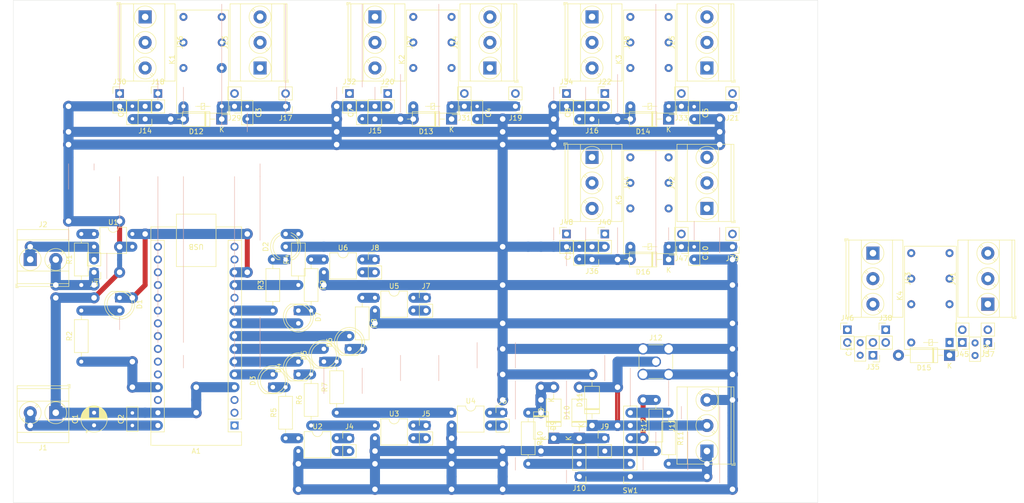
<source format=kicad_pcb>
(kicad_pcb (version 20221018) (generator pcbnew)
  (layers (0 "F.Cu" signal) (31 "B.Cu" signal) (34 "B.Paste" user) (35 "F.Paste" user) (36 "B.SilkS" user "B.Silkscreen") (37 "F.SilkS" user "F.Silkscreen") (38 "B.Mask" user) (39 "F.Mask" user) (44 "Edge.Cuts" user))
  (net 0 "")
  (net 4 "GND")
  (net 5 "PREAMP")
  (net 6 "COAX_A")
  (net 7 "COAX_B")
  (net 8 "PA_PTT")
  (net 9 "TX_INHIBIT")
  (net 10 "RX_IND")
  (net 12 "TX_IND")
  (net 13 "Net-(A1-D10)")
  (net 27 "5V")
  (net 29 "VIN")
  (net 30 "OC_PREAMP")
  (net 31 "OC_COAX_A")
  (net 32 "OC_COAX_B")
  (net 33 "OC_PA_PTT")
  (net 34 "OC_TX_INHIBIT")
  (net 35 "Net-(D1-A)")
  (net 36 "Net-(J17-Pin_2)")
  (net 37 "TX_D")
  (net 38 "TX_GND")
  (net 39 "Net-(J24-Pin_1)")
  (net 40 "Net-(J24-Pin_3)")
  (net 41 "Net-(J25-Pin_1)")
  (net 42 "Net-(J25-Pin_3)")
  (net 43 "Net-(J39-Pin_2)")
  (net 44 "Net-(J43-Pin_1)")
  (net 45 "Net-(J43-Pin_3)")
  (net 46 "Net-(J44-Pin_1)")
  (net 47 "Net-(J44-Pin_2)")
  (net 48 "Net-(J44-Pin_3)")
  (net 49 "Net-(D3-K)")
  (net 50 "Net-(D4-K)")
  (net 51 "Net-(D5-K)")
  (net 52 "Net-(D6-K)")
  (net 53 "Net-(D7-K)")
  (net 54 "Net-(D8-A)")
  (net 55 "Net-(D10-A)")
  (net 56 "Net-(J4-Pin_2)")
  (net 57 "Net-(J5-Pin_2)")
  (net 58 "Net-(J6-Pin_2)")
  (net 59 "Net-(J7-Pin_2)")
  (net 60 "Net-(J8-Pin_2)")
  (net 61 "Net-(J10-Pin_2)")
  (net 62 "Net-(J19-Pin_2)")
  (net 63 "Net-(J21-Pin_2)")
  (net 64 "Net-(J23-Pin_1)")
  (net 65 "Net-(J23-Pin_3)")
  (net 66 "Net-(J26-Pin_1)")
  (net 67 "Net-(J26-Pin_2)")
  (net 68 "Net-(J26-Pin_3)")
  (net 69 "Net-(J27-Pin_1)")
  (net 70 "Net-(J27-Pin_2)")
  (net 71 "Net-(J27-Pin_3)")
  (net 72 "Net-(J28-Pin_1)")
  (net 73 "Net-(J28-Pin_2)")
  (net 74 "Net-(J28-Pin_3)")
  (net 75 "Net-(J37-Pin_2)")
  (net 76 "Net-(J41-Pin_1)")
  (net 77 "Net-(J41-Pin_3)")
  (net 78 "Net-(J42-Pin_1)")
  (net 79 "Net-(J42-Pin_3)")
  (net 80 "Net-(J43-Pin_2)")
  (net 81 "Net-(R1-Pad2)")
  (net 82 "Net-(D2-A1)")
  (net 83 "Net-(D2-A2)")
  (net 84 "Net-(R5-Pad1)")
  (net 85 "Net-(R6-Pad1)")
  (net 86 "Net-(R7-Pad1)")
  (net 87 "Net-(R8-Pad1)")
  (net 88 "Net-(R9-Pad1)")
  (net 89 "Net-(SW1B-C)")
  (net 90 "Net-(SW1B-A)")
  (footprint "TerminalBlock_Phoenix:TerminalBlock_Phoenix_MKDS-3-3-5.08_1x03_P5.08mm_Horizontal" (layer "F.Cu") (at 76.2 53.34 -90)
    (fp_text reference "J26")
    (fp_text value "1x3")
  )
  (footprint "TerminalBlock_Phoenix:TerminalBlock_Phoenix_MKDS-3-3-5.08_1x03_P5.08mm_Horizontal" (layer "F.Cu") (at 121.92 53.34 -90)
    (fp_text reference "J27")
    (fp_text value "1x3")
  )
  (footprint "Diode_THT:D_DO-41_SOD81_P10.16mm_Horizontal" (layer "F.Cu") (at 165.1 134.62 90)
    (fp_text reference "D11")
    (fp_text value "1N4001")
  )
  (footprint "Diode_THT:D_DO-41_SOD81_P10.16mm_Horizontal" (layer "F.Cu") (at 180.34 101.6 180)
    (fp_text reference "D16")
    (fp_text value "1N4001")
  )
  (footprint "Connector_PinHeader_2.54mm:PinHeader_1x02_P2.54mm_Vertical" (layer "F.Cu") (at 193.04 71.12 180)
    (fp_text reference "J21")
    (fp_text value "Conn_01x02")
  )
  (footprint "Resistor_THT:R_Axial_DIN0207_L6.3mm_D2.5mm_P10.16mm_Horizontal" (layer "F.Cu") (at 101.6 111.76 90)
    (fp_text reference "R3")
    (fp_text value "82R")
  )
  (footprint "TerminalBlock_Phoenix:TerminalBlock_Phoenix_MKDS-3-3-5.08_1x03_P5.08mm_Horizontal" (layer "F.Cu") (at 144.78 63.5 90)
    (fp_text reference "J24")
    (fp_text value "1x3")
  )
  (footprint "Connector_PinHeader_2.54mm:PinHeader_1x02_P2.54mm_Vertical" (layer "F.Cu") (at 182.88 71.12 180)
    (fp_text reference "J33")
    (fp_text value "Conn_01x02")
  )
  (footprint "TerminalBlock_Phoenix:TerminalBlock_Phoenix_MKDS-3-3-5.08_1x03_P5.08mm_Horizontal" (layer "F.Cu") (at 187.96 91.44 90)
    (fp_text reference "J42")
    (fp_text value "1x3")
  )
  (footprint "Connector_PinHeader_2.54mm:PinHeader_1x02_P2.54mm_Vertical" (layer "F.Cu") (at 78.74 68.58)
    (fp_text reference "J18")
    (fp_text value "Conn_01x02")
  )
  (footprint "Connector_PinHeader_2.54mm:PinHeader_1x02_P2.54mm_Vertical" (layer "F.Cu") (at 116.84 137.16)
    (fp_text reference "J4")
    (fp_text value "Conn_01x02")
  )
  (footprint "Connector_PinHeader_2.54mm:PinHeader_1x02_P2.54mm_Vertical" (layer "F.Cu") (at 104.14 71.125 180)
    (fp_text reference "J17")
    (fp_text value "Conn_01x02")
  )
  (footprint "TerminalBlock_Phoenix:TerminalBlock_Phoenix_MKDS-3-3-5.08_1x03_P5.08mm_Horizontal" (layer "F.Cu") (at 220.98 100.33 -90)
    (fp_text reference "J43")
    (fp_text value "1x3")
  )
  (footprint "Capacitor_THT:C_Rect_L4.6mm_W2.0mm_P2.50mm_MKS02_FKP02" (layer "F.Cu") (at 162.56 73.66 90)
    (fp_text reference "C8")
    (fp_text value "10n")
  )
  (footprint "TerminalBlock_Phoenix:TerminalBlock_Phoenix_MKDS-3-2-5.08_1x02_P5.08mm_Horizontal" (layer "F.Cu") (at 58.42 132.08 180)
    (fp_text reference "J1")
    (fp_text value "1x2")
  )
  (footprint "Connector_PinHeader_2.54mm:PinHeader_1x02_P2.54mm_Vertical" (layer "F.Cu") (at 215.9 115.57)
    (fp_text reference "J46")
    (fp_text value "Conn_01x02")
  )
  (footprint "Connector_PinHeader_2.54mm:PinHeader_1x02_P2.54mm_Vertical" (layer "F.Cu") (at 66.04 104.14 180)
    (fp_text reference "J3")
    (fp_text value "Conn_01x02")
  )
  (footprint "TerminalBlock_Phoenix:TerminalBlock_Phoenix_MKDS-3-2-5.08_1x02_P5.08mm_Horizontal" (layer "F.Cu") (at 53.34 101.6)
    (fp_text reference "J2")
    (fp_text value "Screw_Terminal_01x02")
  )
  (footprint "Connector_PinHeader_2.54mm:PinHeader_1x02_P2.54mm_Vertical" (layer "F.Cu") (at 139.7 71.12 180)
    (fp_text reference "J31")
    (fp_text value "Conn_01x02")
  )
  (footprint "Resistor_THT:R_Axial_DIN0207_L6.3mm_D2.5mm_P10.16mm_Horizontal" (layer "F.Cu") (at 180.34 132.08 -90)
    (fp_text reference "R11")
    (fp_text value "10k")
  )
  (footprint "Connector_PinHeader_2.54mm:PinHeader_1x03_P2.54mm_Vertical" (layer "F.Cu") (at 162.56 144.78 180)
    (fp_text reference "J10")
    (fp_text value "Conn_01x03")
  )
  (footprint "Relay_THT:Relay_DPDT_Finder_30.22" (layer "F.Cu") (at 180.34 99.06 90)
    (fp_text reference "K5")
    (fp_text value "FINDER-30.22")
  )
  (footprint "Relay_THT:Relay_DPDT_Finder_30.22" (layer "F.Cu") (at 236.22 118.11 90)
    (fp_text reference "K4")
    (fp_text value "FINDER-30.22")
  )
  (footprint "Connector_PinHeader_2.54mm:PinHeader_1x02_P2.54mm_Vertical" (layer "F.Cu") (at 220.98 120.65 180)
    (fp_text reference "J35")
    (fp_text value "Conn_01x02")
  )
  (footprint "Diode_THT:D_DO-41_SOD81_P10.16mm_Horizontal" (layer "F.Cu") (at 137.16 73.66 180)
    (fp_text reference "D13")
    (fp_text value "1N4001")
  )
  (footprint "Connector_PinHeader_2.54mm:PinHeader_1x02_P2.54mm_Vertical" (layer "F.Cu") (at 238.76 118.11 180)
    (fp_text reference "J45")
    (fp_text value "Conn_01x02")
  )
  (footprint "Package_DIP:DIP-4_W7.62mm" (layer "F.Cu") (at 137.16 132.08)
    (fp_text reference "U4")
    (fp_text value "PC817")
  )
  (footprint "Diode_THT:D_DO-41_SOD81_P10.16mm_Horizontal" (layer "F.Cu") (at 157.48 137.16 90)
    (fp_text reference "D8")
    (fp_text value "1N4001")
  )
  (footprint "Connector_PinHeader_2.54mm:PinHeader_1x02_P2.54mm_Vertical" (layer "F.Cu") (at 167.64 96.52)
    (fp_text reference "J40")
    (fp_text value "Conn_01x02")
  )
  (footprint "Connector_PinHeader_2.54mm:PinHeader_1x02_P2.54mm_Vertical" (layer "F.Cu") (at 160.02 96.52)
    (fp_text reference "J48")
    (fp_text value "Conn_01x02")
  )
  (footprint "Resistor_THT:R_Axial_DIN0207_L6.3mm_D2.5mm_P10.16mm_Horizontal" (layer "F.Cu") (at 177.8 139.7 90)
    (fp_text reference "R12")
    (fp_text value "10k")
  )
  (footprint "Capacitor_THT:C_Rect_L4.6mm_W2.0mm_P2.50mm_MKS02_FKP02" (layer "F.Cu") (at 218.44 120.65 90)
    (fp_text reference "C11")
    (fp_text value "10n")
  )
  (footprint "TerminalBlock_Phoenix:TerminalBlock_Phoenix_MKDS-3-3-5.08_1x03_P5.08mm_Horizontal" (layer "F.Cu") (at 165.1 81.28 -90)
    (fp_text reference "J44")
    (fp_text value "1x3")
  )
  (footprint "Resistor_THT:R_Axial_DIN0207_L6.3mm_D2.5mm_P10.16mm_Horizontal" (layer "F.Cu") (at 109.22 101.6 -90)
    (fp_text reference "R9")
    (fp_text value "82R")
  )
  (footprint "Connector_PinHeader_2.54mm:PinHeader_1x02_P2.54mm_Vertical" (layer "F.Cu") (at 121.92 101.6)
    (fp_text reference "J8")
    (fp_text value "Conn_01x02")
  )
  (footprint "Connector_PinHeader_2.54mm:PinHeader_1x02_P2.54mm_Vertical" (layer "F.Cu") (at 160.02 68.58)
    (fp_text reference "J34")
    (fp_text value "Conn_01x02")
  )
  (footprint "Capacitor_THT:C_Rect_L4.6mm_W2.0mm_P2.50mm_MKS02_FKP02" (layer "F.Cu") (at 241.3 118.19 -90)
    (fp_text reference "C9")
    (fp_text value "10n")
  )
  (footprint "Resistor_THT:R_Axial_DIN0207_L6.3mm_D2.5mm_P10.16mm_Horizontal" (layer "F.Cu") (at 104.14 137.16 90)
    (fp_text reference "R5")
    (fp_text value "82R")
  )
  (footprint "Connector_Coaxial:SMA_Amphenol_901-144_Vertical" (layer "F.Cu") (at 177.8 121.92)
    (fp_text reference "J12")
    (fp_text value "RCA")
  )
  (footprint "Package_DIP:DIP-4_W7.62mm" (layer "F.Cu") (at 121.92 109.22)
    (fp_text reference "U5")
    (fp_text value "PC817")
  )
  (footprint "Relay_THT:Relay_DPDT_Finder_30.22" (layer "F.Cu") (at 137.16 71.12 90)
    (fp_text reference "K2")
    (fp_text value "FINDER-30.22")
  )
  (footprint "Connector_PinHeader_2.54mm:PinHeader_1x02_P2.54mm_Vertical" (layer "F.Cu") (at 243.84 118.11 180)
    (fp_text reference "J37")
    (fp_text value "Conn_01x02")
  )
  (footprint "Connector_PinHeader_2.54mm:PinHeader_1x02_P2.54mm_Vertical" (layer "F.Cu") (at 76.2 73.66 180)
    (fp_text reference "J14")
    (fp_text value "Conn_01x02")
  )
  (footprint "Diode_THT:D_DO-41_SOD81_P10.16mm_Horizontal" (layer "F.Cu") (at 162.56 137.16 90)
    (fp_text reference "D10")
    (fp_text value "1N4001")
  )
  (footprint "Diode_THT:D_DO-41_SOD81_P10.16mm_Horizontal" (layer "F.Cu") (at 180.34 73.66 180)
    (fp_text reference "D14")
    (fp_text value "1N4001")
  )
  (footprint "Connector_PinHeader_2.54mm:PinHeader_1x02_P2.54mm_Vertical" (layer "F.Cu") (at 223.52 115.57)
    (fp_text reference "J38")
    (fp_text value "Conn_01x02")
  )
  (footprint "Resistor_THT:R_Axial_DIN0207_L6.3mm_D2.5mm_P10.16mm_Horizontal" (layer "F.Cu") (at 106.68 106.68 90)
    (fp_text reference "R4")
    (fp_text value "82R")
  )
  (footprint "Diode_THT:D_DO-41_SOD81_P10.16mm_Horizontal" (layer "F.Cu") (at 236.22 120.65 180)
    (fp_text reference "D15")
    (fp_text value "1N4001")
  )
  (footprint "LED_THT:LED_D5.0mm_Clear" (layer "F.Cu") (at 111.76 121.92 90)
    (fp_text reference "D5")
    (fp_text value "YE")
  )
  (footprint "Connector_PinHeader_2.54mm:PinHeader_1x02_P2.54mm_Vertical" (layer "F.Cu") (at 132.08 134.62)
    (fp_text reference "J5")
    (fp_text value "Conn_01x02")
  )
  (footprint "Connector_PinHeader_2.54mm:PinHeader_1x02_P2.54mm_Vertical" (layer "F.Cu") (at 132.08 109.22)
    (fp_text reference "J7")
    (fp_text value "Conn_01x02")
  )
  (footprint "Diode_THT:D_DO-41_SOD81_P10.16mm_Horizontal" (layer "F.Cu") (at 91.44 73.665 180)
    (fp_text reference "D12")
    (fp_text value "1N4001")
  )
  (footprint "Package_DIP:DIP-4_W7.62mm" (layer "F.Cu") (at 111.76 101.6)
    (fp_text reference "U6")
    (fp_text value "PC817")
  )
  (footprint "Connector_PinHeader_2.54mm:PinHeader_1x02_P2.54mm_Vertical" (layer "F.Cu") (at 149.86 71.12 180)
    (fp_text reference "J19")
    (fp_text value "Conn_01x02")
  )
  (footprint "Connector_PinHeader_2.54mm:PinHeader_1x02_P2.54mm_Vertical" (layer "F.Cu") (at 182.88 99.06 180)
    (fp_text reference "J47")
    (fp_text value "Conn_01x02")
  )
  (footprint "TerminalBlock_Phoenix:TerminalBlock_Phoenix_MKDS-3-3-5.08_1x03_P5.08mm_Horizontal" (layer "F.Cu") (at 187.96 139.7 90)
    (fp_text reference "J11")
    (fp_text value "1x3")
  )
  (footprint "Resistor_THT:R_Axial_DIN0207_L6.3mm_D2.5mm_P10.16mm_Horizontal" (layer "F.Cu") (at 152.4 132.08 -90)
    (fp_text reference "R10")
    (fp_text value "1k")
  )
  (footprint "Package_DIP:DIP-4_W7.62mm" (layer "F.Cu") (at 106.68 137.16)
    (fp_text reference "U2")
    (fp_text value "PC817")
  )
  (footprint "Capacitor_THT:CP_Radial_D5.0mm_P2.50mm" (layer "F.Cu") (at 66.04 134.58 90)
    (fp_text reference "C1")
    (fp_text value "100u")
  )
  (footprint "LED_THT:LED_D5.0mm_Clear" (layer "F.Cu") (at 106.68 111.76 -90)
    (fp_text reference "D7")
    (fp_text value "YE")
  )
  (footprint "LED_THT:LED_D5.0mm-3" (layer "F.Cu") (at 104.14 101.6 90)
    (fp_text reference "D2")
    (fp_text value "LED_Dual_AKA")
  )
  (footprint "Connector_PinHeader_2.54mm:PinHeader_1x02_P2.54mm_Vertical" (layer "F.Cu") (at 165.1 73.66 180)
    (fp_text reference "J16")
    (fp_text value "Conn_01x02")
  )
  (footprint "LED_THT:LED_D5.0mm_Clear" (layer "F.Cu") (at 71.12 109.22 -90)
    (fp_text reference "D1")
    (fp_text value "RD")
  )
  (footprint "Resistor_THT:R_Axial_DIN0207_L6.3mm_D2.5mm_P10.16mm_Horizontal" (layer "F.Cu") (at 63.5 121.92 90)
    (fp_text reference "R2")
    (fp_text value "150R")
  )
  (footprint "TerminalBlock_Phoenix:TerminalBlock_Phoenix_MKDS-3-3-5.08_1x03_P5.08mm_Horizontal" (layer "F.Cu") (at 165.1 53.34 -90)
    (fp_text reference "J28")
    (fp_text value "1x3")
  )
  (footprint "Capacitor_THT:C_Rect_L4.6mm_W2.0mm_P2.50mm_MKS02_FKP02" (layer "F.Cu") (at 185.42 99.08 -90)
    (fp_text reference "C10")
    (fp_text value "10n")
  )
  (footprint "Connector_PinHeader_2.54mm:PinHeader_1x02_P2.54mm_Vertical" (layer "F.Cu") (at 71.12 68.585)
    (fp_text reference "J30")
    (fp_text value "Conn_01x02")
  )
  (footprint "Relay_THT:Relay_DPDT_Finder_30.22" (layer "F.Cu") (at 91.44 71.125 90)
    (fp_text reference "K1")
    (fp_text value "FINDER-30.22")
  )
  (footprint "Capacitor_THT:C_Rect_L4.6mm_W2.0mm_P2.50mm_MKS02_FKP02" (layer "F.Cu") (at 119.38 73.6 90)
    (fp_text reference "C7")
    (fp_text value "10n")
  )
  (footprint "Connector_PinHeader_2.54mm:PinHeader_1x02_P2.54mm_Vertical" (layer "F.Cu") (at 193.04 99.06 180)
    (fp_text reference "J39")
    (fp_text value "Conn_01x02")
  )
  (footprint "LED_THT:LED_D5.0mm_Clear" (layer "F.Cu") (at 106.68 124.46 90)
    (fp_text reference "D4")
    (fp_text value "YE")
  )
  (footprint "Connector_PinSocket_2.54mm:PinSocket_1x06_P2.54mm_Vertical" (layer "F.Cu") (at 172.72 144.78 180)
    (fp_text reference "SW1")
    (fp_text value "SW_DPDT_x2")
  )
  (footprint "Connector_PinHeader_2.54mm:PinHeader_1x02_P2.54mm_Vertical" (layer "F.Cu") (at 147.32 132.08)
    (fp_text reference "J6")
    (fp_text value "Conn_01x02")
  )
  (footprint "Package_DIP:DIP-4_W7.62mm" (layer "F.Cu") (at 121.92 134.62)
    (fp_text reference "U3")
    (fp_text value "PC817")
  )
  (footprint "Capacitor_THT:C_Rect_L4.6mm_W2.0mm_P2.50mm_MKS02_FKP02" (layer "F.Cu") (at 73.66 73.605 90)
    (fp_text reference "C6")
    (fp_text value "10n")
  )
  (footprint "Connector_PinHeader_2.54mm:PinHeader_1x02_P2.54mm_Vertical" (layer "F.Cu") (at 124.46 68.58)
    (fp_text reference "J20")
    (fp_text value "Conn_01x02")
  )
  (footprint "Resistor_THT:R_Axial_DIN0207_L6.3mm_D2.5mm_P10.16mm_Horizontal" (layer "F.Cu") (at 114.3 132.08 90)
    (fp_text reference "R7")
    (fp_text value "82R")
  )
  (footprint "Connector_PinHeader_2.54mm:PinHeader_1x02_P2.54mm_Vertical" (layer "F.Cu") (at 116.84 68.58)
    (fp_text reference "J32")
    (fp_text value "Conn_01x02")
  )
  (footprint "Resistor_THT:R_Axial_DIN0207_L6.3mm_D2.5mm_P10.16mm_Horizontal" (layer "F.Cu") (at 109.22 134.62 90)
    (fp_text reference "R6")
    (fp_text value "82R")
  )
  (footprint "Relay_THT:Relay_DPDT_Finder_30.22" (layer "F.Cu") (at 180.34 71.12 90)
    (fp_text reference "K3")
    (fp_text value "FINDER-30.22")
  )
  (footprint "TerminalBlock_Phoenix:TerminalBlock_Phoenix_MKDS-3-3-5.08_1x03_P5.08mm_Horizontal" (layer "F.Cu") (at 187.96 63.5 90)
    (fp_text reference "J25")
    (fp_text value "1x3")
  )
  (footprint "Resistor_THT:R_Axial_DIN0207_L6.3mm_D2.5mm_P10.16mm_Horizontal" (layer "F.Cu") (at 119.38 109.22 -90)
    (fp_text reference "R8")
    (fp_text value "82R")
  )
  (footprint "Capacitor_THT:C_Rect_L4.6mm_W2.0mm_P2.50mm_MKS02_FKP02" (layer "F.Cu") (at 96.52 71.145 -90)
    (fp_text reference "C3")
    (fp_text value "10n")
  )
  (footprint "Module:Arduino_Nano" (layer "F.Cu") (at 93.98 134.62 180)
    (fp_text reference "A1")
    (fp_text value "Arduino_Nano_Every")
  )
  (footprint "TerminalBlock_Phoenix:TerminalBlock_Phoenix_MKDS-3-3-5.08_1x03_P5.08mm_Horizontal" (layer "F.Cu") (at 99.06 63.5 90)
    (fp_text reference "J23")
    (fp_text value "1x3")
  )
  (footprint "LED_THT:LED_D5.0mm_Clear" (layer "F.Cu") (at 101.6 127 90)
    (fp_text reference "D3")
    (fp_text value "YE")
  )
  (footprint "Connector_PinHeader_2.54mm:PinHeader_1x02_P2.54mm_Vertical" (layer "F.Cu") (at 167.64 137.16)
    (fp_text reference "J9")
    (fp_text value "Conn_01x02")
  )
  (footprint "Package_DIP:DIP-4_W7.62mm" (layer "F.Cu") (at 66.04 96.52)
    (fp_text reference "U1")
    (fp_text value "PC817")
  )
  (footprint "Capacitor_THT:C_Rect_L4.6mm_W2.0mm_P2.50mm_MKS02_FKP02" (layer "F.Cu") (at 142.24 71.14 -90)
    (fp_text reference "C4")
    (fp_text value "10n")
  )
  (footprint "Connector_PinHeader_2.54mm:PinHeader_1x02_P2.54mm_Vertical" (layer "F.Cu") (at 93.98 71.125 180)
    (fp_text reference "J29")
    (fp_text value "Conn_01x02")
  )
  (footprint "Connector_PinHeader_2.54mm:PinHeader_1x02_P2.54mm_Vertical" (layer "F.Cu") (at 121.92 73.66 180)
    (fp_text reference "J15")
    (fp_text value "Conn_01x02")
  )
  (footprint "Resistor_THT:R_Axial_DIN0207_L6.3mm_D2.5mm_P10.16mm_Horizontal" (layer "F.Cu") (at 63.5 106.68 90)
    (fp_text reference "R1")
    (fp_text value "680R")
  )
  (footprint "Diode_THT:D_DO-41_SOD81_P10.16mm_Horizontal" (layer "F.Cu") (at 154.94 129.54 -90)
    (fp_text reference "D9")
    (fp_text value "1N4001")
  )
  (footprint "Capacitor_THT:C_Rect_L4.6mm_W2.0mm_P2.50mm_MKS02_FKP02" (layer "F.Cu") (at 73.66 134.62 90)
    (fp_text reference "C2")
    (fp_text value "10n")
  )
  (footprint "Capacitor_THT:C_Rect_L4.6mm_W2.0mm_P2.50mm_MKS02_FKP02" (layer "F.Cu") (at 162.56 101.54 90)
    (fp_text reference "C12")
    (fp_text value "10n")
  )
  (footprint "TerminalBlock_Phoenix:TerminalBlock_Phoenix_MKDS-3-3-5.08_1x03_P5.08mm_Horizontal" (layer "F.Cu") (at 243.84 110.49 90)
    (fp_text reference "J41")
    (fp_text value "1x3")
  )
  (footprint "Capacitor_THT:C_Rect_L4.6mm_W2.0mm_P2.50mm_MKS02_FKP02" (layer "F.Cu") (at 185.42 71.2 -90)
    (fp_text reference "C5")
    (fp_text value "10n")
  )
  (footprint "Connector_PinHeader_2.54mm:PinHeader_1x02_P2.54mm_Vertical" (layer "F.Cu") (at 165.1 101.6 180)
    (fp_text reference "J36")
    (fp_text value "Conn_01x02")
  )
  (footprint "Connector_PinHeader_2.54mm:PinHeader_1x02_P2.54mm_Vertical" (layer "F.Cu") (at 167.64 68.58)
    (fp_text reference "J22")
    (fp_text value "Conn_01x02")
  )
  (footprint "LED_THT:LED_D5.0mm_Clear" (layer "F.Cu") (at 116.84 119.38 90)
    (fp_text reference "D6")
    (fp_text value "YE")
  )
  (gr_line (start 71.12 115.57) (end 71.12 113.03) (stroke (width 0.1)) (layer "B.SilkS"))
  (gr_line (start 170.18 100.33) (end 170.18 95.25) (stroke (width 0.1)) (layer "B.SilkS"))
  (gr_line (start 167.64 120.65) (end 167.64 125.73) (stroke (width 0.1)) (layer "B.SilkS"))
  (gr_line (start 68.58 105.41) (end 68.58 100.33) (stroke (width 0.1)) (layer "B.SilkS"))
  (gr_line (start 160.02 100.33) (end 160.02 102.87) (stroke (width 0.1)) (layer "B.SilkS"))
  (gr_line (start 121.92 69.85) (end 121.92 67.31) (stroke (width 0.1)) (layer "B.SilkS"))
  (gr_line (start 127 72.39) (end 127 64.77) (stroke (width 0.1)) (layer "B.SilkS"))
  (gr_line (start 99.06 82.55) (end 99.06 85.09) (stroke (width 0.1)) (layer "B.SilkS"))
  (gr_line (start 99.06 97.79) (end 99.06 85.09) (stroke (width 0.1)) (layer "B.SilkS"))
  (gr_line (start 170.18 72.39) (end 170.18 64.77) (stroke (width 0.1)) (layer "B.SilkS"))
  (gr_line (start 96.52 76.2) (end 96.52 72.39) (stroke (width 0.1)) (layer "B.SilkS"))
  (gr_line (start 185.42 97.79) (end 185.42 93.98) (stroke (width 0.1)) (layer "B.SilkS"))
  (gr_line (start 163.83 69.85) (end 163.83 67.31) (stroke (width 0.1)) (layer "B.SilkS"))
  (gr_line (start 83.82 123.19) (end 83.82 120.65) (stroke (width 0.1)) (layer "B.SilkS"))
  (gr_line (start 93.98 115.57) (end 93.98 123.19) (stroke (width 0.1)) (layer "B.SilkS"))
  (gr_line (start 119.38 123.19) (end 119.38 128.27) (stroke (width 0.1)) (layer "B.SilkS"))
  (gr_line (start 177.8 74.93) (end 177.8 50.8) (stroke (width 0.1)) (layer "B.SilkS"))
  (gr_line (start 142.24 118.11) (end 142.24 123.19) (stroke (width 0.1)) (layer "B.SilkS"))
  (gr_line (start 83.82 85.09) (end 83.82 118.11) (stroke (width 0.1)) (layer "B.SilkS"))
  (gr_line (start 180.34 130.81) (end 180.34 127) (stroke (width 0.1)) (layer "B.SilkS"))
  (gr_line (start 149.86 133.35) (end 149.86 125.73) (stroke (width 0.1)) (layer "B.SilkS"))
  (gr_line (start 157.48 95.25) (end 157.48 97.79) (stroke (width 0.1)) (layer "B.SilkS"))
  (gr_line (start 177.8 80.01) (end 177.8 97.79) (stroke (width 0.1)) (layer "B.SilkS"))
  (gr_line (start 60.96 87.63) (end 60.96 82.55) (stroke (width 0.1)) (layer "B.SilkS"))
  (gr_line (start 160.02 125.73) (end 160.02 133.35) (stroke (width 0.1)) (layer "B.SilkS"))
  (gr_line (start 180.34 97.79) (end 180.34 95.25) (stroke (width 0.1)) (layer "B.SilkS"))
  (gr_line (start 127 120.65) (end 127 125.73) (stroke (width 0.1)) (layer "B.SilkS"))
  (gr_line (start 160.02 143.51) (end 160.02 146.05) (stroke (width 0.1)) (layer "B.SilkS"))
  (gr_line (start 172.72 123.19) (end 172.72 130.81) (stroke (width 0.1)) (layer "B.SilkS"))
  (gr_line (start 157.48 69.85) (end 157.48 67.31) (stroke (width 0.1)) (layer "B.SilkS"))
  (gr_line (start 182.88 133.35) (end 182.88 130.81) (stroke (width 0.1)) (layer "B.SilkS"))
  (gr_line (start 60.96 97.79) (end 60.96 95.25) (stroke (width 0.1)) (layer "B.SilkS"))
  (gr_line (start 93.98 85.09) (end 93.98 113.03) (stroke (width 0.1)) (layer "B.SilkS"))
  (gr_line (start 78.74 115.57) (end 78.74 118.11) (stroke (width 0.1)) (layer "B.SilkS"))
  (gr_line (start 66.04 83.82) (end 66.04 82.55) (stroke (width 0.1)) (layer "B.SilkS"))
  (gr_line (start 175.26 140.97) (end 175.26 143.51) (stroke (width 0.1)) (layer "B.SilkS"))
  (gr_line (start 177.8 138.43) (end 177.8 135.89) (stroke (width 0.1)) (layer "B.SilkS"))
  (gr_line (start 180.34 127) (end 180.34 125.73) (stroke (width 0.1)) (layer "B.SilkS"))
  (gr_line (start 184.15 135.89) (end 184.15 143.51) (stroke (width 0.1)) (layer "B.SilkS"))
  (gr_line (start 99.06 113.03) (end 99.06 123.19) (stroke (width 0.1)) (layer "B.SilkS"))
  (gr_line (start 91.44 74.93) (end 91.44 50.8) (stroke (width 0.1)) (layer "B.SilkS"))
  (gr_line (start 114.3 67.31) (end 114.3 69.85) (stroke (width 0.1)) (layer "B.SilkS"))
  (gr_line (start 134.62 125.73) (end 134.62 120.65) (stroke (width 0.1)) (layer "B.SilkS"))
  (gr_line (start 111.76 123.19) (end 111.76 128.27) (stroke (width 0.1)) (layer "B.SilkS"))
  (gr_line (start 149.86 123.19) (end 149.86 118.11) (stroke (width 0.1)) (layer "B.SilkS"))
  (gr_line (start 190.5 100.33) (end 190.5 95.25) (stroke (width 0.1)) (layer "B.SilkS"))
  (gr_line (start 71.12 95.25) (end 71.12 85.09) (stroke (width 0.1)) (layer "B.SilkS"))
  (gr_line (start 134.62 74.93) (end 134.62 50.8) (stroke (width 0.1)) (layer "B.SilkS"))
  (gr_line (start 83.82 72.39) (end 83.82 67.31) (stroke (width 0.1)) (layer "B.SilkS"))
  (gr_line (start 190.5 146.05) (end 190.5 130.81) (stroke (width 0.1)) (layer "B.SilkS"))
  (gr_line (start 78.74 113.03) (end 78.74 85.09) (stroke (width 0.1)) (layer "B.SilkS"))
  (gr_line (start 149.86 140.97) (end 149.86 143.51) (stroke (width 0.1)) (layer "B.SilkS"))
  (gr_line (start 170.18 133.35) (end 170.18 128.27) (stroke (width 0.1)) (layer "B.SilkS"))
  (gr_line (start 78.74 69.85) (end 78.74 66.04) (stroke (width 0.1)) (layer "B.SilkS"))
  (gr_line (start 177.8 102.87) (end 177.8 97.79) (stroke (width 0.1)) (layer "B.SilkS"))
  (gr_line (start 104.14 72.39) (end 104.14 50.8) (stroke (width 0.1)) (layer "B.SilkS"))
  (gr_line (start 119.38 67.31) (end 119.38 50.8) (stroke (width 0.1)) (layer "B.SilkS"))
  (gr_line (start 71.12 69.85) (end 71.12 50.8) (stroke (width 0.1)) (layer "B.SilkS"))
  (gr_line (start 163.83 95.25) (end 163.83 97.79) (stroke (width 0.1)) (layer "B.SilkS"))
  (gr_rect locked (start 50 50) (end 210 150) (stroke (width 0.05)) (fill none) (layer "Edge.Cuts"))
  (segment (start 71.12 104.14) (end 66.04 109.22) (width 1) (layer "F.Cu") (net 4))
  (segment (start 71.12 99.06) (end 71.12 93.98) (width 1) (layer "F.Cu") (net 4))
  (via (at 157.48 78.74) (size 2.2) (drill 1.1) (layers "F.Cu" "B.Cu") (net 4))
  (via (at 147.32 129.54) (size 2.2) (drill 1.1) (layers "F.Cu" "B.Cu") (net 4))
  (via (at 193.04 114.3) (size 2.2) (drill 1.1) (layers "F.Cu" "B.Cu") (net 4))
  (via (at 147.32 114.3) (size 2.2) (drill 1.1) (layers "F.Cu" "B.Cu") (net 4))
  (via (at 190.5 76.2) (size 2.2) (drill 1.1) (layers "F.Cu" "B.Cu") (net 4))
  (via (at 190.5 73.66) (size 2.2) (drill 1.1) (layers "F.Cu" "B.Cu") (net 4))
  (via (at 114.3 71.12) (size 2.2) (drill 1.1) (layers "F.Cu" "B.Cu") (net 4))
  (via (at 193.04 147.32) (size 2.2) (drill 1.1) (layers "F.Cu" "B.Cu") (net 4))
  (via (at 60.96 76.2) (size 2.2) (drill 1.1) (layers "F.Cu" "B.Cu") (net 4))
  (via (at 147.32 119.38) (size 2.2) (drill 1.1) (layers "F.Cu" "B.Cu") (net 4))
  (via (at 147.32 76.2) (size 2.2) (drill 1.1) (layers "F.Cu" "B.Cu") (net 4))
  (via (at 86.36 132.08) (size 2.2) (drill 1.1) (layers "F.Cu" "B.Cu") (net 4))
  (via (at 58.42 109.22) (size 2.2) (drill 1.1) (layers "F.Cu" "B.Cu") (net 4))
  (via (at 121.92 142.24) (size 2.2) (drill 1.1) (layers "F.Cu" "B.Cu") (net 4))
  (via (at 147.32 147.32) (size 2.2) (drill 1.1) (layers "F.Cu" "B.Cu") (net 4))
  (via (at 71.12 99.06) (size 2.2) (drill 1.1) (layers "F.Cu" "B.Cu") (net 4))
  (via (at 66.04 109.22) (size 2.2) (drill 1.1) (layers "F.Cu" "B.Cu") (net 4))
  (via (at 147.32 106.68) (size 2.2) (drill 1.1) (layers "F.Cu" "B.Cu") (net 4))
  (via (at 193.04 124.46) (size 2.2) (drill 1.1) (layers "F.Cu" "B.Cu") (net 4))
  (via (at 147.32 99.06) (size 2.2) (drill 1.1) (layers "F.Cu" "B.Cu") (net 4))
  (via (at 111.76 106.68) (size 2.2) (drill 1.1) (layers "F.Cu" "B.Cu") (net 4))
  (via (at 114.3 78.74) (size 2.2) (drill 1.1) (layers "F.Cu" "B.Cu") (net 4))
  (via (at 137.16 142.24) (size 2.2) (drill 1.1) (layers "F.Cu" "B.Cu") (net 4))
  (via (at 137.16 137.16) (size 2.2) (drill 1.1) (layers "F.Cu" "B.Cu") (net 4))
  (via (at 147.32 124.46) (size 2.2) (drill 1.1) (layers "F.Cu" "B.Cu") (net 4))
  (via (at 60.96 93.98) (size 2.2) (drill 1.1) (layers "F.Cu" "B.Cu") (net 4))
  (via (at 157.48 71.12) (size 2.2) (drill 1.1) (layers "F.Cu" "B.Cu") (net 4))
  (via (at 121.92 139.7) (size 2.2) (drill 1.1) (layers "F.Cu" "B.Cu") (net 4))
  (via (at 137.16 147.32) (size 2.2) (drill 1.1) (layers "F.Cu" "B.Cu") (net 4))
  (via (at 147.32 78.74) (size 2.2) (drill 1.1) (layers "F.Cu" "B.Cu") (net 4))
  (via (at 157.48 73.66) (size 2.2) (drill 1.1) (layers "F.Cu" "B.Cu") (net 4))
  (via (at 60.96 78.74) (size 2.2) (drill 1.1) (layers "F.Cu" "B.Cu") (net 4))
  (via (at 114.285 73.645) (size 2.2) (drill 1.1) (layers "F.Cu" "B.Cu") (net 4))
  (via (at 193.04 106.68) (size 2.2) (drill 1.1) (layers "F.Cu" "B.Cu") (net 4))
  (via (at 71.12 93.98) (size 2.2) (drill 1.1) (layers "F.Cu" "B.Cu") (net 4))
  (via (at 193.04 129.54) (size 2.2) (drill 1.1) (layers "F.Cu" "B.Cu") (net 4))
  (via (at 106.68 147.32) (size 2.2) (drill 1.1) (layers "F.Cu" "B.Cu") (net 4))
  (via (at 121.92 147.32) (size 2.2) (drill 1.1) (layers "F.Cu" "B.Cu") (net 4))
  (via (at 86.36 127) (size 2.2) (drill 1.1) (layers "F.Cu" "B.Cu") (net 4))
  (via (at 190.5 78.74) (size 2.2) (drill 1.1) (layers "F.Cu" "B.Cu") (net 4))
  (via (at 157.48 76.2) (size 2.2) (drill 1.1) (layers "F.Cu" "B.Cu") (net 4))
  (via (at 193.04 119.38) (size 2.2) (drill 1.1) (layers "F.Cu" "B.Cu") (net 4))
  (via (at 147.32 73.64) (size 2.2) (drill 1.1) (layers "F.Cu" "B.Cu") (net 4))
  (via (at 60.96 71.12) (size 2.2) (drill 1.1) (layers "F.Cu" "B.Cu") (net 4))
  (via (at 106.68 142.24) (size 2.2) (drill 1.1) (layers "F.Cu" "B.Cu") (net 4))
  (via (at 137.16 139.7) (size 2.2) (drill 1.1) (layers "F.Cu" "B.Cu") (net 4))
  (via (at 71.12 104.14) (size 2.2) (drill 1.1) (layers "F.Cu" "B.Cu") (net 4))
  (via (at 147.32 139.7) (size 2.2) (drill 1.1) (layers "F.Cu" "B.Cu") (net 4))
  (via (at 121.92 114.3) (size 2.2) (drill 1.1) (layers "F.Cu" "B.Cu") (net 4))
  (via (at 193.04 101.6) (size 2.2) (drill 1.1) (layers "F.Cu" "B.Cu") (net 4))
  (via (at 147.32 142.24) (size 2.2) (drill 1.1) (layers "F.Cu" "B.Cu") (net 4))
  (via (at 114.3 76.2) (size 2.2) (drill 1.1) (layers "F.Cu" "B.Cu") (net 4))
  (segment (start 157.48 71.12) (end 157.48 78.74) (width 2) (layer "B.Cu") (net 4))
  (segment (start 58.42 129.54) (end 58.42 132.08) (width 2) (layer "B.Cu") (net 4))
  (segment (start 172.72 139.7) (end 167.64 139.7) (width 2) (layer "B.Cu") (net 4))
  (segment (start 157.48 71.12) (end 167.64 71.12) (width 2) (layer "B.Cu") (net 4))
  (segment (start 187.96 101.6) (end 185.42 101.6) (width 2) (layer "B.Cu") (net 4))
  (segment (start 190.5 78.74) (end 157.48 78.74) (width 2) (layer "B.Cu") (net 4))
  (segment (start 193.04 134.62) (end 193.04 137.16) (width 2) (layer "B.Cu") (net 4))
  (segment (start 60.96 132.08) (end 58.42 132.08) (width 2) (layer "B.Cu") (net 4))
  (segment (start 71.12 101.6) (end 71.12 104.14) (width 1) (layer "B.Cu") (net 4))
  (segment (start 142.24 73.64) (end 147.32 73.64) (width 2) (layer "B.Cu") (net 4))
  (segment (start 193.04 101.6) (end 187.96 101.6) (width 2) (layer "B.Cu") (net 4))
  (segment (start 193.04 147.32) (end 147.32 147.32) (width 2) (layer "B.Cu") (net 4))
  (segment (start 193.04 119.38) (end 147.32 119.38) (width 2) (layer "B.Cu") (net 4))
  (segment (start 121.92 139.7) (end 121.92 137.16) (width 2) (layer "B.Cu") (net 4))
  (segment (start 157.48 78.74) (end 60.96 78.74) (width 2) (layer "B.Cu") (net 4))
  (segment (start 106.68 147.32) (end 106.68 142.24) (width 2) (layer "B.Cu") (net 4))
  (segment (start 154.94 99.06) (end 157.48 99.06) (width 2) (layer "B.Cu") (net 4))
  (segment (start 137.16 147.32) (end 106.68 147.32) (width 2) (layer "B.Cu") (net 4))
  (segment (start 60.96 71.12) (end 78.74 71.12) (width 2) (layer "B.Cu") (net 4))
  (segment (start 137.16 142.24) (end 137.16 139.7) (width 2) (layer "B.Cu") (net 4))
  (segment (start 96.52 73.645) (end 114.285 73.645) (width 2) (layer "B.Cu") (net 4))
  (segment (start 111.76 99.06) (end 104.14 99.06) (width 2) (layer "B.Cu") (net 4))
  (segment (start 185.42 73.7) (end 190.46 73.7) (width 2) (layer "B.Cu") (net 4))
  (segment (start 147.32 142.24) (end 147.32 139.7) (width 2) (layer "B.Cu") (net 4))
  (segment (start 147.32 129.54) (end 147.32 119.38) (width 2) (layer "B.Cu") (net 4))
  (segment (start 190.5 76.2) (end 157.48 76.2) (width 2) (layer "B.Cu") (net 4))
  (segment (start 137.16 137.16) (end 137.16 134.62) (width 2) (layer "B.Cu") (net 4))
  (segment (start 147.32 106.68) (end 193.04 106.68) (width 2) (layer "B.Cu") (net 4))
  (segment (start 121.92 147.32) (end 121.92 139.7) (width 2) (layer "B.Cu") (net 4))
  (segment (start 165.1 99.06) (end 167.64 99.06) (width 2) (layer "B.Cu") (net 4))
  (segment (start 86.36 127) (end 86.36 129.54) (width 2) (layer "B.Cu") (net 4))
  (segment (start 190.46 73.7) (end 190.5 73.66) (width 2) (layer "B.Cu") (net 4))
  (segment (start 147.32 119.38) (end 147.32 73.64) (width 2) (layer "B.Cu") (net 4))
  (segment (start 147.32 73.64) (end 157.46 73.64) (width 2) (layer "B.Cu") (net 4))
  (segment (start 111.76 104.14) (end 111.76 106.68) (width 2) (layer "B.Cu") (net 4))
  (segment (start 193.04 144.78) (end 193.04 147.32) (width 2) (layer "B.Cu") (net 4))
  (segment (start 121.92 111.76) (end 121.92 114.3) (width 2) (layer "B.Cu") (net 4))
  (segment (start 162.56 139.7) (end 154.94 139.7) (width 2) (layer "B.Cu") (net 4))
  (segment (start 93.98 127) (end 86.36 127) (width 2) (layer "B.Cu") (net 4))
  (segment (start 121.92 142.24) (end 106.68 142.24) (width 2) (layer "B.Cu") (net 4))
  (segment (start 71.12 93.98) (end 60.96 93.98) (width 2) (layer "B.Cu") (net 4))
  (segment (start 193.04 139.7) (end 193.04 142.24) (width 2) (layer "B.Cu") (net 4))
  (segment (start 114.3 71.12) (end 114.3 78.74) (width 2) (layer "B.Cu") (net 4))
  (segment (start 72.45 132.08) (end 72.39 132.14) (width 0.2) (layer "B.Cu") (net 4))
  (segment (start 106.68 142.24) (end 106.68 139.7) (width 2) (layer "B.Cu") (net 4))
  (segment (start 167.64 139.7) (end 162.56 139.7) (width 2) (layer "B.Cu") (net 4))
  (segment (start 160.02 99.06) (end 162.56 99.06) (width 2) (layer "B.Cu") (net 4))
  (segment (start 121.92 114.3) (end 147.32 114.3) (width 2) (layer "B.Cu") (net 4))
  (segment (start 162.56 99.06) (end 165.1 99.06) (width 2) (layer "B.Cu") (net 4))
  (segment (start 147.32 139.7) (end 121.92 139.7) (width 2) (layer "B.Cu") (net 4))
  (segment (start 73.66 99.06) (end 71.12 99.06) (width 2) (layer "B.Cu") (net 4))
  (segment (start 114.285 73.645) (end 114.3 73.66) (width 2) (layer "B.Cu") (net 4))
  (segment (start 76.2 132.08) (end 60.96 132.08) (width 2) (layer "B.Cu") (net 4))
  (segment (start 147.32 147.32) (end 147.32 144.78) (width 2) (layer "B.Cu") (net 4))
  (segment (start 193.04 142.24) (end 193.04 144.78) (width 2) (layer "B.Cu") (net 4))
  (segment (start 68.585 71.125) (end 68.58 71.12) (width 0.2) (layer "B.Cu") (net 4))
  (segment (start 137.16 147.32) (end 137.16 144.78) (width 2) (layer "B.Cu") (net 4))
  (segment (start 157.48 76.2) (end 60.96 76.2) (width 2) (layer "B.Cu") (net 4))
  (segment (start 157.46 73.64) (end 157.48 73.66) (width 2) (layer "B.Cu") (net 4))
  (segment (start 58.42 109.22) (end 58.42 129.54) (width 2) (layer "B.Cu") (net 4))
  (segment (start 193.04 137.16) (end 193.04 139.7) (width 2) (layer "B.Cu") (net 4))
  (segment (start 86.36 129.54) (end 86.36 132.08) (width 2) (layer "B.Cu") (net 4))
  (segment (start 175.26 124.46) (end 193.04 124.46) (width 2) (layer "B.Cu") (net 4))
  (segment (start 111.76 99.06) (end 152.4 99.06) (width 2) (layer "B.Cu") (net 4))
  (segment (start 86.36 132.08) (end 76.2 132.08) (width 2) (layer "B.Cu") (net 4))
  (segment (start 193.04 129.54) (end 193.04 132.08) (width 2) (layer "B.Cu") (net 4))
  (segment (start 187.96 129.54) (end 193.04 129.54) (width 2) (layer "B.Cu") (net 4))
  (segment (start 190.5 78.74) (end 190.5 73.66) (width 2) (layer "B.Cu") (net 4))
  (segment (start 147.32 114.3) (end 193.04 114.3) (width 2) (layer "B.Cu") (net 4))
  (segment (start 193.04 129.54) (end 193.04 102.87) (width 2) (layer "B.Cu") (net 4))
  (segment (start 147.32 147.32) (end 137.16 147.32) (width 2) (layer "B.Cu") (net 4))
  (segment (start 137.16 139.7) (end 137.16 137.16) (width 2) (layer "B.Cu") (net 4))
  (segment (start 111.76 106.68) (end 147.32 106.68) (width 2) (layer "B.Cu") (net 4))
  (segment (start 60.96 93.98) (end 60.96 81.28) (width 2) (layer "B.Cu") (net 4))
  (segment (start 193.04 132.08) (end 193.04 134.62) (width 2) (layer "B.Cu") (net 4))
  (segment (start 165.1 124.46) (end 147.32 124.46) (width 2) (layer "B.Cu") (net 4))
  (segment (start 72.33 132.08) (end 72.39 132.14) (width 0.2) (layer "B.Cu") (net 4))
  (segment (start 124.46 71.12) (end 114.3 71.12) (width 2) (layer "B.Cu") (net 4))
  (segment (start 177.8 139.7) (end 172.72 139.7) (width 2) (layer "B.Cu") (net 4))
  (segment (start 147.32 144.78) (end 147.32 142.24) (width 2) (layer "B.Cu") (net 4))
  (segment (start 152.4 99.06) (end 154.94 99.06) (width 2) (layer "B.Cu") (net 4))
  (segment (start 71.12 99.06) (end 71.12 101.6) (width 1) (layer "B.Cu") (net 4))
  (segment (start 137.16 144.78) (end 137.16 142.24) (width 2) (layer "B.Cu") (net 4))
  (segment (start 60.96 81.28) (end 60.96 71.12) (width 2) (layer "B.Cu") (net 4))
  (segment (start 147.32 142.24) (end 121.92 142.24) (width 2) (layer "B.Cu") (net 4))
  (segment (start 160.02 99.06) (end 157.48 99.06) (width 2) (layer "B.Cu") (net 4))
  (segment (start 58.42 109.22) (end 66.04 109.22) (width 2) (layer "B.Cu") (net 4))
  (segment (start 154.94 139.7) (end 147.32 139.7) (width 2) (layer "B.Cu") (net 4))
  (segment (start 101.6 124.46) (end 93.98 124.46) (width 2) (layer "B.Cu") (net 5))
  (segment (start 106.68 121.92) (end 93.98 121.92) (width 2) (layer "B.Cu") (net 6))
  (segment (start 111.76 119.38) (end 93.98 119.38) (width 2) (layer "B.Cu") (net 7))
  (segment (start 116.84 116.84) (end 93.98 116.84) (width 2) (layer "B.Cu") (net 8))
  (segment (start 93.98 114.3) (end 106.68 114.3) (width 2) (layer "B.Cu") (net 9))
  (segment (start 101.6 111.76) (end 93.98 111.76) (width 2) (layer "B.Cu") (net 10))
  (segment (start 106.68 106.68) (end 93.98 106.68) (width 2) (layer "B.Cu") (net 12))
  (segment (start 96.52 96.52) (end 96.52 104.14) (width 1) (layer "F.Cu") (net 13))
  (segment (start 76.2 96.52) (end 76.2 106.68) (width 1) (layer "F.Cu") (net 13))
  (segment (start 76.2 106.68) (end 73.66 109.22) (width 1) (layer "F.Cu") (net 13))
  (via (at 96.52 104.14) (size 2.2) (drill 1.1) (layers "F.Cu" "B.Cu") (net 13))
  (via (at 73.66 109.22) (size 2.2) (drill 1.1) (layers "F.Cu" "B.Cu") (net 13))
  (via (at 76.2 96.52) (size 2.2) (drill 1.1) (layers "F.Cu" "B.Cu") (net 13))
  (via (at 96.52 96.52) (size 2.2) (drill 1.1) (layers "F.Cu" "B.Cu") (net 13))
  (segment (start 73.66 109.22) (end 71.12 109.22) (width 2) (layer "B.Cu") (net 13))
  (segment (start 96.52 104.14) (end 93.98 104.14) (width 2) (layer "B.Cu") (net 13))
  (segment (start 73.66 96.52) (end 96.52 96.52) (width 2) (layer "B.Cu") (net 13))
  (via (at 73.66 121.92) (size 2.2) (drill 1.1) (layers "F.Cu" "B.Cu") (net 27))
  (via (at 73.66 127) (size 2.2) (drill 1.1) (layers "F.Cu" "B.Cu") (net 27))
  (segment (start 78.74 127) (end 73.66 127) (width 2) (layer "B.Cu") (net 27))
  (segment (start 63.5 121.92) (end 73.66 121.92) (width 2) (layer "B.Cu") (net 27))
  (segment (start 73.66 127) (end 73.66 121.92) (width 2) (layer "B.Cu") (net 27))
  (via (at 187.96 142.24) (size 2.2) (drill 1.1) (layers "F.Cu" "B.Cu") (net 29))
  (via (at 53.34 134.62) (size 2.2) (drill 1.1) (layers "F.Cu" "B.Cu") (net 29))
  (via (at 187.96 144.78) (size 2.2) (drill 1.1) (layers "F.Cu" "B.Cu") (net 29))
  (segment (start 93.98 71.125) (end 104.135 71.125) (width 2) (layer "B.Cu") (net 29))
  (segment (start 193.04 71.12) (end 185.36 71.12) (width 2) (layer "B.Cu") (net 29))
  (segment (start 137.16 73.66) (end 137.16 71.12) (width 2) (layer "B.Cu") (net 29))
  (segment (start 53.34 132.08) (end 53.34 134.62) (width 2) (layer "B.Cu") (net 29))
  (segment (start 187.96 144.78) (end 187.96 142.24) (width 2) (layer "B.Cu") (net 29))
  (segment (start 185.36 71.12) (end 185.42 71.18) (width 0.2) (layer "B.Cu") (net 29))
  (segment (start 180.34 142.24) (end 187.96 142.24) (width 2) (layer "B.Cu") (net 29))
  (segment (start 91.44 73.665) (end 91.44 71.125) (width 2) (layer "B.Cu") (net 29))
  (segment (start 72.41 134.62) (end 72.39 134.64) (width 0.2) (layer "B.Cu") (net 29))
  (segment (start 137.16 71.12) (end 149.86 71.12) (width 2) (layer "B.Cu") (net 29))
  (segment (start 182.88 99.06) (end 193.04 99.06) (width 2) (layer "B.Cu") (net 29))
  (segment (start 187.9 71.18) (end 187.96 71.12) (width 0.2) (layer "B.Cu") (net 29))
  (segment (start 180.34 71.12) (end 180.34 73.66) (width 2) (layer "B.Cu") (net 29))
  (segment (start 162.56 144.78) (end 180.34 144.78) (width 2) (layer "B.Cu") (net 29))
  (segment (start 180.34 99.06) (end 182.88 99.06) (width 2) (layer "B.Cu") (net 29))
  (segment (start 53.34 134.62) (end 78.74 134.62) (width 2) (layer "B.Cu") (net 29))
  (segment (start 180.34 144.78) (end 187.96 144.78) (width 2) (layer "B.Cu") (net 29))
  (segment (start 182.88 71.12) (end 185.36 71.12) (width 2) (layer "B.Cu") (net 29))
  (segment (start 78.72 134.64) (end 78.74 134.62) (width 0.2) (layer "B.Cu") (net 29))
  (segment (start 104.135 71.125) (end 104.14 71.12) (width 2) (layer "B.Cu") (net 29))
  (segment (start 72.33 134.58) (end 72.39 134.64) (width 0.2) (layer "B.Cu") (net 29))
  (segment (start 180.34 71.12) (end 182.88 71.12) (width 2) (layer "B.Cu") (net 29))
  (segment (start 180.34 99.06) (end 180.34 101.6) (width 2) (layer "B.Cu") (net 29))
  (segment (start 187.96 142.24) (end 187.96 139.7) (width 2) (layer "B.Cu") (net 29))
  (segment (start 91.44 71.125) (end 93.98 71.125) (width 2) (layer "B.Cu") (net 29))
  (segment (start 65.98 134.64) (end 66.04 134.58) (width 0.2) (layer "B.Cu") (net 29))
  (via (at 83.82 73.66) (size 2.2) (drill 1.1) (layers "F.Cu" "B.Cu") (net 30))
  (segment (start 76.205 73.665) (end 76.2 73.66) (width 0.2) (layer "B.Cu") (net 30))
  (segment (start 83.815 73.665) (end 83.82 73.66) (width 2) (layer "B.Cu") (net 30))
  (segment (start 73.695 73.66) (end 73.66 73.625) (width 0.2) (layer "B.Cu") (net 30))
  (segment (start 114.3 137.16) (end 116.84 137.16) (width 2) (layer "B.Cu") (net 30))
  (segment (start 83.82 73.66) (end 83.82 71.125) (width 2) (layer "B.Cu") (net 30))
  (segment (start 81.28 73.665) (end 83.815 73.665) (width 2) (layer "B.Cu") (net 30))
  (segment (start 76.2 73.66) (end 73.695 73.66) (width 2) (layer "B.Cu") (net 30))
  (segment (start 81.28 73.665) (end 76.205 73.665) (width 2) (layer "B.Cu") (net 30))
  (via (at 129.54 73.66) (size 2.2) (drill 1.1) (layers "F.Cu" "B.Cu") (net 31))
  (segment (start 121.92 73.66) (end 119.42 73.66) (width 2) (layer "B.Cu") (net 31))
  (segment (start 129.54 73.66) (end 127 73.66) (width 2) (layer "B.Cu") (net 31))
  (segment (start 129.54 71.12) (end 129.54 73.66) (width 2) (layer "B.Cu") (net 31))
  (segment (start 127 73.66) (end 121.92 73.66) (width 2) (layer "B.Cu") (net 31))
  (segment (start 119.42 73.66) (end 119.38 73.62) (width 0.2) (layer "B.Cu") (net 31))
  (segment (start 129.54 134.62) (end 132.08 134.62) (width 2) (layer "B.Cu") (net 31))
  (via (at 172.72 73.66) (size 2.2) (drill 1.1) (layers "F.Cu" "B.Cu") (net 32))
  (segment (start 170.18 73.66) (end 172.72 73.66) (width 2) (layer "B.Cu") (net 32))
  (segment (start 165.1 73.66) (end 170.18 73.66) (width 2) (layer "B.Cu") (net 32))
  (segment (start 172.72 73.66) (end 172.72 71.12) (width 2) (layer "B.Cu") (net 32))
  (segment (start 147.32 132.08) (end 144.78 132.08) (width 2) (layer "B.Cu") (net 32))
  (segment (start 165.08 73.68) (end 165.1 73.66) (width 0.2) (layer "B.Cu") (net 32))
  (segment (start 162.56 73.68) (end 165.08 73.68) (width 2) (layer "B.Cu") (net 32))
  (segment (start 167.64 137.16) (end 157.48 137.16) (width 2) (layer "B.Cu") (net 33))
  (segment (start 129.54 109.22) (end 132.08 109.22) (width 2) (layer "B.Cu") (net 33))
  (via (at 172.72 101.6) (size 2.2) (drill 1.1) (layers "F.Cu" "B.Cu") (net 34))
  (segment (start 172.72 101.6) (end 172.72 99.06) (width 2) (layer "B.Cu") (net 34))
  (segment (start 162.5 101.6) (end 162.56 101.54) (width 2) (layer "B.Cu") (net 34))
  (segment (start 170.18 101.6) (end 172.72 101.6) (width 2) (layer "B.Cu") (net 34))
  (segment (start 165.1 101.6) (end 170.18 101.6) (width 2) (layer "B.Cu") (net 34))
  (segment (start 165.06 101.56) (end 165.1 101.6) (width 0.2) (layer "B.Cu") (net 34))
  (segment (start 121.92 101.6) (end 119.38 101.6) (width 2) (layer "B.Cu") (net 34))
  (segment (start 162.52 101.6) (end 162.56 101.56) (width 0.2) (layer "B.Cu") (net 34))
  (segment (start 162.56 101.56) (end 165.06 101.56) (width 2) (layer "B.Cu") (net 34))
  (segment (start 63.5 111.76) (end 71.12 111.76) (width 2) (layer "B.Cu") (net 35))
  (segment (start 91.435 63.5) (end 91.44 63.505) (width 2) (layer "B.Cu") (net 36))
  (via (at 66.04 106.68) (size 2.2) (drill 1.1) (layers "F.Cu" "B.Cu") (net 37))
  (via (at 58.42 106.68) (size 2.2) (drill 1.1) (layers "F.Cu" "B.Cu") (net 37))
  (segment (start 66.04 106.68) (end 66.04 104.14) (width 2) (layer "B.Cu") (net 37))
  (segment (start 58.42 106.68) (end 66.04 106.68) (width 2) (layer "B.Cu") (net 37))
  (segment (start 58.42 101.6) (end 58.42 106.68) (width 2) (layer "B.Cu") (net 37))
  (via (at 53.34 99.06) (size 2.2) (drill 1.1) (layers "F.Cu" "B.Cu") (net 38))
  (segment (start 66.04 101.6) (end 66.04 99.06) (width 2) (layer "B.Cu") (net 38))
  (segment (start 66.04 99.06) (end 53.34 99.06) (width 2) (layer "B.Cu") (net 38))
  (segment (start 53.34 99.06) (end 53.34 101.6) (width 2) (layer "B.Cu") (net 38))
  (segment (start 101.6 127) (end 104.14 127) (width 2) (layer "B.Cu") (net 49))
  (segment (start 106.68 124.46) (end 109.22 124.46) (width 2) (layer "B.Cu") (net 50))
  (segment (start 111.76 121.92) (end 114.3 121.92) (width 2) (layer "B.Cu") (net 51))
  (segment (start 116.84 119.38) (end 119.38 119.38) (width 2) (layer "B.Cu") (net 52))
  (segment (start 109.22 111.76) (end 106.68 111.76) (width 2) (layer "B.Cu") (net 53))
  (via (at 154.94 127) (size 2.2) (drill 1.1) (layers "F.Cu" "B.Cu") (net 54))
  (via (at 154.94 132.08) (size 2.2) (drill 1.1) (layers "F.Cu" "B.Cu") (net 54))
  (segment (start 152.4 132.08) (end 154.94 132.08) (width 2) (layer "B.Cu") (net 54))
  (segment (start 154.94 127) (end 157.48 127) (width 2) (layer "B.Cu") (net 54))
  (segment (start 154.94 132.08) (end 154.94 129.54) (width 2) (layer "B.Cu") (net 54))
  (segment (start 154.94 129.54) (end 154.94 127) (width 2) (layer "B.Cu") (net 54))
  (segment (start 170.18 134.62) (end 170.18 127) (width 1) (layer "F.Cu") (net 55))
  (via (at 170.18 134.62) (size 2.2) (drill 1.1) (layers "F.Cu" "B.Cu") (net 55))
  (via (at 170.18 127) (size 2.2) (drill 1.1) (layers "F.Cu" "B.Cu") (net 55))
  (segment (start 162.56 127) (end 170.18 127) (width 2) (layer "B.Cu") (net 55))
  (segment (start 170.18 127) (end 170.18 121.92) (width 2) (layer "B.Cu") (net 55))
  (segment (start 187.96 134.62) (end 165.1 134.62) (width 2) (layer "B.Cu") (net 55))
  (segment (start 177.8 121.92) (end 170.18 121.92) (width 2) (layer "B.Cu") (net 55))
  (segment (start 116.84 139.7) (end 114.3 139.7) (width 2) (layer "B.Cu") (net 56))
  (segment (start 132.08 137.16) (end 129.54 137.16) (width 2) (layer "B.Cu") (net 57))
  (segment (start 147.32 134.62) (end 144.78 134.62) (width 2) (layer "B.Cu") (net 58))
  (segment (start 129.54 111.76) (end 132.08 111.76) (width 2) (layer "B.Cu") (net 59))
  (segment (start 121.92 104.14) (end 119.38 104.14) (width 2) (layer "B.Cu") (net 60))
  (segment (start 152.4 142.24) (end 172.72 142.24) (width 2) (layer "B.Cu") (net 61))
  (segment (start 66.04 96.52) (end 63.5 96.52) (width 2) (layer "B.Cu") (net 81))
  (segment (start 104.14 101.6) (end 101.6 101.6) (width 2) (layer "B.Cu") (net 82))
  (segment (start 106.68 96.52) (end 104.14 96.52) (width 2) (layer "B.Cu") (net 83))
  (segment (start 106.68 137.16) (end 104.14 137.16) (width 2) (layer "B.Cu") (net 84))
  (segment (start 121.92 134.62) (end 109.22 134.62) (width 2) (layer "B.Cu") (net 85))
  (segment (start 137.16 132.08) (end 114.3 132.08) (width 2) (layer "B.Cu") (net 86))
  (segment (start 119.38 109.22) (end 121.92 109.22) (width 2) (layer "B.Cu") (net 87))
  (segment (start 111.76 101.6) (end 109.22 101.6) (width 2) (layer "B.Cu") (net 88))
  (segment (start 180.34 132.08) (end 172.72 132.08) (width 2) (layer "B.Cu") (net 89))
  (segment (start 175.26 129.54) (end 175.26 137.16) (width 1) (layer "F.Cu") (net 90))
  (via (at 175.26 129.54) (size 2.2) (drill 1.1) (layers "F.Cu" "B.Cu") (net 90))
  (via (at 175.26 137.16) (size 2.2) (drill 1.1) (layers "F.Cu" "B.Cu") (net 90))
  (segment (start 172.72 137.16) (end 175.26 137.16) (width 2) (layer "B.Cu") (net 90))
  (segment (start 175.26 129.54) (end 177.8 129.54) (width 2) (layer "B.Cu") (net 90))
)
</source>
